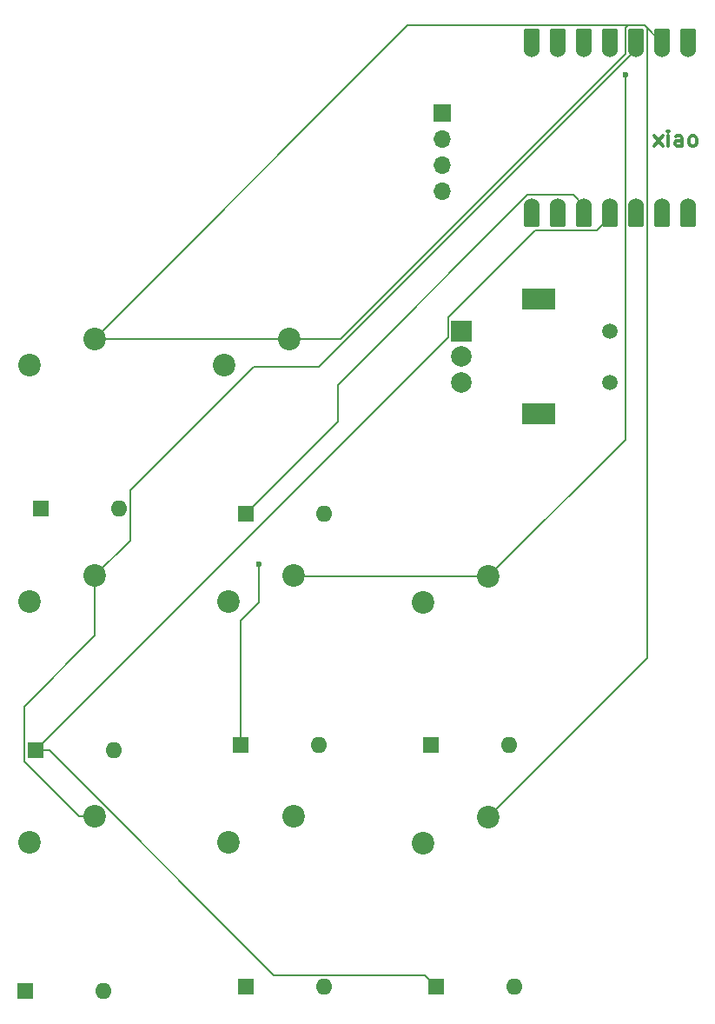
<source format=gtl>
G04 #@! TF.GenerationSoftware,KiCad,Pcbnew,9.0.1*
G04 #@! TF.CreationDate,2025-06-18T17:33:08-04:00*
G04 #@! TF.ProjectId,chop up the soul kanye,63686f70-2075-4702-9074-686520736f75,rev?*
G04 #@! TF.SameCoordinates,Original*
G04 #@! TF.FileFunction,Copper,L1,Top*
G04 #@! TF.FilePolarity,Positive*
%FSLAX46Y46*%
G04 Gerber Fmt 4.6, Leading zero omitted, Abs format (unit mm)*
G04 Created by KiCad (PCBNEW 9.0.1) date 2025-06-18 17:33:08*
%MOMM*%
%LPD*%
G01*
G04 APERTURE LIST*
G04 Aperture macros list*
%AMRoundRect*
0 Rectangle with rounded corners*
0 $1 Rounding radius*
0 $2 $3 $4 $5 $6 $7 $8 $9 X,Y pos of 4 corners*
0 Add a 4 corners polygon primitive as box body*
4,1,4,$2,$3,$4,$5,$6,$7,$8,$9,$2,$3,0*
0 Add four circle primitives for the rounded corners*
1,1,$1+$1,$2,$3*
1,1,$1+$1,$4,$5*
1,1,$1+$1,$6,$7*
1,1,$1+$1,$8,$9*
0 Add four rect primitives between the rounded corners*
20,1,$1+$1,$2,$3,$4,$5,0*
20,1,$1+$1,$4,$5,$6,$7,0*
20,1,$1+$1,$6,$7,$8,$9,0*
20,1,$1+$1,$8,$9,$2,$3,0*%
G04 Aperture macros list end*
%ADD10C,0.300000*%
G04 #@! TA.AperFunction,NonConductor*
%ADD11C,0.300000*%
G04 #@! TD*
G04 #@! TA.AperFunction,ComponentPad*
%ADD12R,1.600000X1.600000*%
G04 #@! TD*
G04 #@! TA.AperFunction,ComponentPad*
%ADD13O,1.600000X1.600000*%
G04 #@! TD*
G04 #@! TA.AperFunction,ComponentPad*
%ADD14C,2.200000*%
G04 #@! TD*
G04 #@! TA.AperFunction,ComponentPad*
%ADD15C,1.500000*%
G04 #@! TD*
G04 #@! TA.AperFunction,ComponentPad*
%ADD16R,2.000000X2.000000*%
G04 #@! TD*
G04 #@! TA.AperFunction,ComponentPad*
%ADD17C,2.000000*%
G04 #@! TD*
G04 #@! TA.AperFunction,ComponentPad*
%ADD18R,3.200000X2.000000*%
G04 #@! TD*
G04 #@! TA.AperFunction,ComponentPad*
%ADD19R,1.700000X1.700000*%
G04 #@! TD*
G04 #@! TA.AperFunction,ComponentPad*
%ADD20O,1.700000X1.700000*%
G04 #@! TD*
G04 #@! TA.AperFunction,SMDPad,CuDef*
%ADD21RoundRect,0.152400X0.609600X-1.063600X0.609600X1.063600X-0.609600X1.063600X-0.609600X-1.063600X0*%
G04 #@! TD*
G04 #@! TA.AperFunction,ComponentPad*
%ADD22C,1.524000*%
G04 #@! TD*
G04 #@! TA.AperFunction,SMDPad,CuDef*
%ADD23RoundRect,0.152400X-0.609600X1.063600X-0.609600X-1.063600X0.609600X-1.063600X0.609600X1.063600X0*%
G04 #@! TD*
G04 #@! TA.AperFunction,ViaPad*
%ADD24C,0.600000*%
G04 #@! TD*
G04 #@! TA.AperFunction,Conductor*
%ADD25C,0.200000*%
G04 #@! TD*
G04 APERTURE END LIST*
D10*
D11*
X179005403Y-52188328D02*
X179791118Y-51188328D01*
X179005403Y-51188328D02*
X179791118Y-52188328D01*
X180362546Y-52188328D02*
X180362546Y-51188328D01*
X180362546Y-50688328D02*
X180291118Y-50759757D01*
X180291118Y-50759757D02*
X180362546Y-50831185D01*
X180362546Y-50831185D02*
X180433975Y-50759757D01*
X180433975Y-50759757D02*
X180362546Y-50688328D01*
X180362546Y-50688328D02*
X180362546Y-50831185D01*
X181719690Y-52188328D02*
X181719690Y-51402614D01*
X181719690Y-51402614D02*
X181648261Y-51259757D01*
X181648261Y-51259757D02*
X181505404Y-51188328D01*
X181505404Y-51188328D02*
X181219690Y-51188328D01*
X181219690Y-51188328D02*
X181076832Y-51259757D01*
X181719690Y-52116900D02*
X181576832Y-52188328D01*
X181576832Y-52188328D02*
X181219690Y-52188328D01*
X181219690Y-52188328D02*
X181076832Y-52116900D01*
X181076832Y-52116900D02*
X181005404Y-51974042D01*
X181005404Y-51974042D02*
X181005404Y-51831185D01*
X181005404Y-51831185D02*
X181076832Y-51688328D01*
X181076832Y-51688328D02*
X181219690Y-51616900D01*
X181219690Y-51616900D02*
X181576832Y-51616900D01*
X181576832Y-51616900D02*
X181719690Y-51545471D01*
X182648261Y-52188328D02*
X182505404Y-52116900D01*
X182505404Y-52116900D02*
X182433975Y-52045471D01*
X182433975Y-52045471D02*
X182362547Y-51902614D01*
X182362547Y-51902614D02*
X182362547Y-51474042D01*
X182362547Y-51474042D02*
X182433975Y-51331185D01*
X182433975Y-51331185D02*
X182505404Y-51259757D01*
X182505404Y-51259757D02*
X182648261Y-51188328D01*
X182648261Y-51188328D02*
X182862547Y-51188328D01*
X182862547Y-51188328D02*
X183005404Y-51259757D01*
X183005404Y-51259757D02*
X183076833Y-51331185D01*
X183076833Y-51331185D02*
X183148261Y-51474042D01*
X183148261Y-51474042D02*
X183148261Y-51902614D01*
X183148261Y-51902614D02*
X183076833Y-52045471D01*
X183076833Y-52045471D02*
X183005404Y-52116900D01*
X183005404Y-52116900D02*
X182862547Y-52188328D01*
X182862547Y-52188328D02*
X182648261Y-52188328D01*
D12*
G04 #@! TO.P,D10,1,K*
G04 #@! TO.N,row 2*
X119191487Y-87500000D03*
D13*
G04 #@! TO.P,D10,2,A*
G04 #@! TO.N,Net-(D10-A)*
X126811487Y-87500000D03*
G04 #@! TD*
D12*
G04 #@! TO.P,D6,1,K*
G04 #@! TO.N,row 2*
X139191487Y-134000000D03*
D13*
G04 #@! TO.P,D6,2,A*
G04 #@! TO.N,Net-(D6-A)*
X146811487Y-134000000D03*
G04 #@! TD*
D12*
G04 #@! TO.P,D4,1,K*
G04 #@! TO.N,row 1*
X117691487Y-134500000D03*
D13*
G04 #@! TO.P,D4,2,A*
G04 #@! TO.N,Net-(D4-A)*
X125311487Y-134500000D03*
G04 #@! TD*
D14*
G04 #@! TO.P,SW9,1,1*
G04 #@! TO.N,column 0*
X162811487Y-117510000D03*
G04 #@! TO.P,SW9,2,2*
G04 #@! TO.N,Net-(D8-A)*
X156461487Y-120050000D03*
G04 #@! TD*
G04 #@! TO.P,SW7,1,1*
G04 #@! TO.N,column 1*
X143811487Y-117420000D03*
G04 #@! TO.P,SW7,2,2*
G04 #@! TO.N,Net-(D6-A)*
X137461487Y-119960000D03*
G04 #@! TD*
D15*
G04 #@! TO.P,SW1,*
G04 #@! TO.N,*
X174686487Y-70170000D03*
X174686487Y-75170000D03*
D16*
G04 #@! TO.P,SW1,A,A*
G04 #@! TO.N,ENC_A*
X160186487Y-70170000D03*
D17*
G04 #@! TO.P,SW1,B,B*
G04 #@! TO.N,ENC_B*
X160186487Y-75170000D03*
G04 #@! TO.P,SW1,C,C*
G04 #@! TO.N,gnd*
X160186487Y-72670000D03*
D18*
G04 #@! TO.P,SW1,MP*
G04 #@! TO.N,N/C*
X167686487Y-67070000D03*
X167686487Y-78270000D03*
G04 #@! TD*
D12*
G04 #@! TO.P,D9,1,K*
G04 #@! TO.N,row 1*
X139191487Y-88000000D03*
D13*
G04 #@! TO.P,D9,2,A*
G04 #@! TO.N,Net-(D9-A)*
X146811487Y-88000000D03*
G04 #@! TD*
D14*
G04 #@! TO.P,SW6,1,1*
G04 #@! TO.N,column 2*
X143851487Y-94000000D03*
G04 #@! TO.P,SW6,2,2*
G04 #@! TO.N,Net-(D5-A)*
X137501487Y-96540000D03*
G04 #@! TD*
G04 #@! TO.P,SW8,1,1*
G04 #@! TO.N,column 2*
X162851487Y-94090000D03*
G04 #@! TO.P,SW8,2,2*
G04 #@! TO.N,Net-(D7-A)*
X156501487Y-96630000D03*
G04 #@! TD*
G04 #@! TO.P,SW3,1,1*
G04 #@! TO.N,column 1*
X124501487Y-94000000D03*
G04 #@! TO.P,SW3,2,2*
G04 #@! TO.N,Net-(D2-A)*
X118151487Y-96540000D03*
G04 #@! TD*
D12*
G04 #@! TO.P,D2,1,K*
G04 #@! TO.N,row 0*
X118691487Y-111000000D03*
D13*
G04 #@! TO.P,D2,2,A*
G04 #@! TO.N,Net-(D2-A)*
X126311487Y-111000000D03*
G04 #@! TD*
D12*
G04 #@! TO.P,D8,1,K*
G04 #@! TO.N,row 0*
X157691487Y-134000000D03*
D13*
G04 #@! TO.P,D8,2,A*
G04 #@! TO.N,Net-(D8-A)*
X165311487Y-134000000D03*
G04 #@! TD*
D12*
G04 #@! TO.P,D7,1,K*
G04 #@! TO.N,row 2*
X157191487Y-110500000D03*
D13*
G04 #@! TO.P,D7,2,A*
G04 #@! TO.N,Net-(D7-A)*
X164811487Y-110500000D03*
G04 #@! TD*
D14*
G04 #@! TO.P,SW11,1,1*
G04 #@! TO.N,column 0*
X124461487Y-70920000D03*
G04 #@! TO.P,SW11,2,2*
G04 #@! TO.N,Net-(D10-A)*
X118111487Y-73460000D03*
G04 #@! TD*
D19*
G04 #@! TO.P,J1,1,Pin_1*
G04 #@! TO.N,gnd*
X158311487Y-48960000D03*
D20*
G04 #@! TO.P,J1,2,Pin_2*
G04 #@! TO.N,power*
X158311487Y-51500000D03*
G04 #@! TO.P,J1,3,Pin_3*
G04 #@! TO.N,scl*
X158311487Y-54040000D03*
G04 #@! TO.P,J1,4,Pin_4*
G04 #@! TO.N,sda*
X158311487Y-56580000D03*
G04 #@! TD*
D21*
G04 #@! TO.P,U1,1,GPIO26/ADC0/A0*
G04 #@! TO.N,unconnected-(U1-GPIO26{slash}ADC0{slash}A0-Pad1)*
X182311487Y-41925000D03*
D22*
X182311487Y-42760000D03*
D21*
G04 #@! TO.P,U1,2,GPIO27/ADC1/A1*
G04 #@! TO.N,column 0*
X179771487Y-41925000D03*
D22*
X179771487Y-42760000D03*
D21*
G04 #@! TO.P,U1,3,GPIO28/ADC2/A2*
G04 #@! TO.N,column 1*
X177231487Y-41925000D03*
D22*
X177231487Y-42760000D03*
D21*
G04 #@! TO.P,U1,4,GPIO29/ADC3/A3*
G04 #@! TO.N,column 2*
X174691487Y-41925000D03*
D22*
X174691487Y-42760000D03*
D21*
G04 #@! TO.P,U1,5,GPIO6/SDA*
G04 #@! TO.N,sda*
X172151487Y-41925000D03*
D22*
X172151487Y-42760000D03*
D21*
G04 #@! TO.P,U1,6,GPIO7/SCL*
G04 #@! TO.N,scl*
X169611487Y-41925000D03*
D22*
X169611487Y-42760000D03*
D21*
G04 #@! TO.P,U1,7,GPIO0/TX*
G04 #@! TO.N,ENC_A*
X167071487Y-41925000D03*
D22*
X167071487Y-42760000D03*
G04 #@! TO.P,U1,8,GPIO1/RX*
G04 #@! TO.N,ENC_B*
X167071487Y-58000000D03*
D23*
X167071487Y-58835000D03*
D22*
G04 #@! TO.P,U1,9,GPIO2/SCK*
G04 #@! TO.N,row 2*
X169611487Y-58000000D03*
D23*
X169611487Y-58835000D03*
D22*
G04 #@! TO.P,U1,10,GPIO4/MISO*
G04 #@! TO.N,row 1*
X172151487Y-58000000D03*
D23*
X172151487Y-58835000D03*
D22*
G04 #@! TO.P,U1,11,GPIO3/MOSI*
G04 #@! TO.N,row 0*
X174691487Y-58000000D03*
D23*
X174691487Y-58835000D03*
D22*
G04 #@! TO.P,U1,12,3V3*
G04 #@! TO.N,unconnected-(U1-3V3-Pad12)*
X177231487Y-58000000D03*
D23*
X177231487Y-58835000D03*
D22*
G04 #@! TO.P,U1,13,GND*
G04 #@! TO.N,gnd*
X179771487Y-58000000D03*
D23*
X179771487Y-58835000D03*
D22*
G04 #@! TO.P,U1,14,VBUS*
G04 #@! TO.N,power*
X182311487Y-58000000D03*
D23*
X182311487Y-58835000D03*
G04 #@! TD*
D14*
G04 #@! TO.P,SW5,1,1*
G04 #@! TO.N,column 1*
X124461487Y-117420000D03*
G04 #@! TO.P,SW5,2,2*
G04 #@! TO.N,Net-(D4-A)*
X118111487Y-119960000D03*
G04 #@! TD*
D12*
G04 #@! TO.P,D5,1,K*
G04 #@! TO.N,row 1*
X138691487Y-110500000D03*
D13*
G04 #@! TO.P,D5,2,A*
G04 #@! TO.N,Net-(D5-A)*
X146311487Y-110500000D03*
G04 #@! TD*
D14*
G04 #@! TO.P,SW10,1,1*
G04 #@! TO.N,column 0*
X143461487Y-70920000D03*
G04 #@! TO.P,SW10,2,2*
G04 #@! TO.N,Net-(D9-A)*
X137111487Y-73460000D03*
G04 #@! TD*
D24*
G04 #@! TO.N,row 1*
X140493750Y-92868750D03*
G04 #@! TO.N,column 2*
X176212500Y-45243750D03*
G04 #@! TD*
D25*
G04 #@! TO.N,row 0*
X158885487Y-70806000D02*
X158885487Y-68869000D01*
X156590487Y-132899000D02*
X141921801Y-132899000D01*
X157691487Y-134000000D02*
X156590487Y-132899000D01*
X173417117Y-60352000D02*
X174691487Y-59077630D01*
X120022801Y-111000000D02*
X118691487Y-111000000D01*
X167402487Y-60352000D02*
X173417117Y-60352000D01*
X141921801Y-132899000D02*
X120022801Y-111000000D01*
X118691487Y-111000000D02*
X158885487Y-70806000D01*
X158885487Y-68869000D02*
X167402487Y-60352000D01*
X174691487Y-59077630D02*
X174691487Y-58000000D01*
G04 #@! TO.N,row 1*
X172151487Y-58000000D02*
X171088487Y-56937000D01*
X148161887Y-75406290D02*
X148161887Y-79029600D01*
X166631177Y-56937000D02*
X148161887Y-75406290D01*
X138691487Y-98375184D02*
X140493750Y-96572921D01*
X148161887Y-79029600D02*
X139191487Y-88000000D01*
X140493750Y-96572921D02*
X140493750Y-92868750D01*
X171088487Y-56937000D02*
X166631177Y-56937000D01*
X138691487Y-110500000D02*
X138691487Y-98375184D01*
G04 #@! TO.N,column 1*
X146342487Y-73649000D02*
X139947671Y-73649000D01*
X124501487Y-99864816D02*
X124501487Y-94000000D01*
X117590487Y-106775816D02*
X124501487Y-99864816D01*
X139947671Y-73649000D02*
X127912487Y-85684184D01*
X127912487Y-90589000D02*
X124501487Y-94000000D01*
X117590487Y-112104634D02*
X117590487Y-106775816D01*
X124461487Y-117420000D02*
X122905853Y-117420000D01*
X127912487Y-85684184D02*
X127912487Y-90589000D01*
X122905853Y-117420000D02*
X117590487Y-112104634D01*
X177231487Y-42760000D02*
X146342487Y-73649000D01*
G04 #@! TO.N,column 2*
X162851487Y-94090000D02*
X143941487Y-94090000D01*
X143941487Y-94090000D02*
X143851487Y-94000000D01*
X162851487Y-94090000D02*
X176168487Y-80773000D01*
X176168487Y-80773000D02*
X176168487Y-45287763D01*
X176168487Y-45287763D02*
X176212500Y-45243750D01*
G04 #@! TO.N,column 0*
X124461487Y-70920000D02*
X143461487Y-70920000D01*
X178033113Y-40408000D02*
X154973487Y-40408000D01*
X176168487Y-43200310D02*
X176168487Y-40669374D01*
X179771487Y-42760000D02*
X179771487Y-42146374D01*
X143461487Y-70920000D02*
X148448797Y-70920000D01*
X154973487Y-40408000D02*
X124461487Y-70920000D01*
X176429861Y-40408000D02*
X178033113Y-40408000D01*
X178294487Y-40669374D02*
X178294487Y-102027000D01*
X178033113Y-40408000D02*
X178294487Y-40669374D01*
X178294487Y-102027000D02*
X162811487Y-117510000D01*
X176168487Y-40669374D02*
X176429861Y-40408000D01*
X148448797Y-70920000D02*
X176168487Y-43200310D01*
X179771487Y-42146374D02*
X178033113Y-40408000D01*
G04 #@! TD*
M02*

</source>
